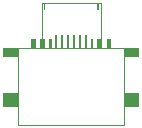
<source format=gbr>
G04*
G04 #@! TF.GenerationSoftware,Altium Limited,Altium Designer,24.4.1 (13)*
G04*
G04 Layer_Color=32768*
%FSLAX25Y25*%
%MOIN*%
G70*
G04*
G04 #@! TF.SameCoordinates,F927B958-9D11-4E75-AA6B-EB5E4B5E5899*
G04*
G04*
G04 #@! TF.FilePolarity,Positive*
G04*
G01*
G75*
%ADD29C,0.00200*%
G36*
X42618Y41240D02*
X42028D01*
Y43406D01*
X42618D01*
Y41240D01*
D02*
G37*
G36*
X48523Y31555D02*
X48622D01*
Y28405D01*
X47835D01*
Y31555D01*
X47933D01*
Y33063D01*
X48523D01*
Y31555D01*
D02*
G37*
G36*
X46555D02*
X46654D01*
Y28405D01*
X45866D01*
Y31555D01*
X45965D01*
Y33063D01*
X46555D01*
Y31555D01*
D02*
G37*
G36*
X44685Y28405D02*
X43898D01*
Y31555D01*
X44685D01*
Y28405D01*
D02*
G37*
G36*
X42480D02*
X40905D01*
Y31555D01*
X42480D01*
Y28405D01*
D02*
G37*
G36*
X39331D02*
X37756D01*
Y31555D01*
X39331D01*
Y28405D01*
D02*
G37*
G36*
X50492Y31555D02*
X50590D01*
Y28405D01*
X49803D01*
Y31555D01*
X49902D01*
Y33063D01*
X50492D01*
Y31555D01*
D02*
G37*
G36*
X29803Y28759D02*
X33661D01*
Y25610D01*
X28622Y25610D01*
Y25610D01*
X28622D01*
Y28760D01*
X29803D01*
Y28759D01*
D02*
G37*
G36*
X33661Y9075D02*
X28622D01*
Y13799D01*
X33661D01*
Y9075D01*
D02*
G37*
G36*
X60334Y41240D02*
X59744D01*
Y43406D01*
X60334D01*
Y41240D01*
D02*
G37*
G36*
X64606Y28405D02*
X63032D01*
Y31555D01*
X64606D01*
Y28405D01*
D02*
G37*
G36*
X61457D02*
X59882D01*
Y31555D01*
X61457D01*
Y28405D01*
D02*
G37*
G36*
X58465D02*
X57677D01*
Y31555D01*
X58465D01*
Y28405D01*
D02*
G37*
G36*
X56397Y31555D02*
X56496D01*
Y28405D01*
X55709D01*
Y31555D01*
X55807D01*
Y33063D01*
X56397D01*
Y31555D01*
D02*
G37*
G36*
X52460D02*
X52559D01*
Y28405D01*
X51772D01*
Y31555D01*
X51870D01*
Y33063D01*
X52460D01*
Y31555D01*
D02*
G37*
G36*
X54429Y31555D02*
X54528D01*
Y28405D01*
X53740D01*
Y31555D01*
X53839D01*
Y33063D01*
X54429D01*
Y31555D01*
D02*
G37*
G36*
X73740Y25610D02*
Y25609D01*
X68701D01*
Y28759D01*
X72559D01*
Y28759D01*
X73740D01*
Y25610D01*
D02*
G37*
G36*
Y9075D02*
X68701D01*
X68701Y13799D01*
X73740D01*
Y9075D01*
D02*
G37*
D29*
X33583Y3169D02*
X68780D01*
X33583D02*
Y28760D01*
X68780D01*
Y3169D02*
Y28760D01*
X61024Y28740D02*
Y43701D01*
X41339D02*
X61024D01*
X41339Y28740D02*
Y43701D01*
Y28740D02*
X61024D01*
M02*

</source>
